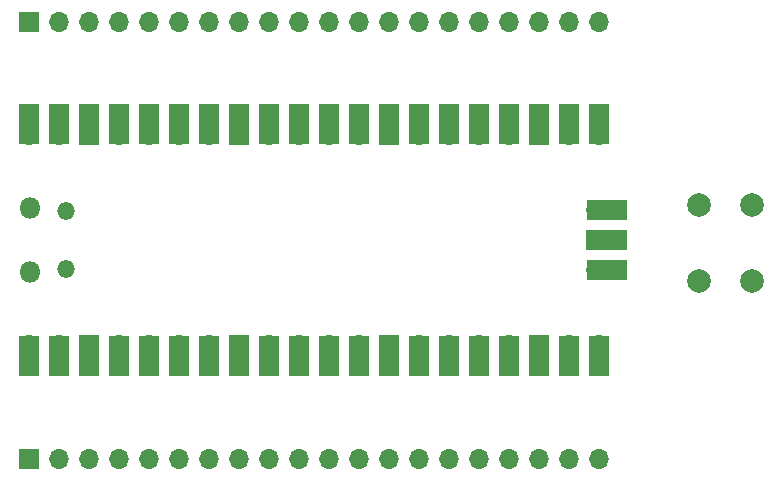
<source format=gbr>
G04 #@! TF.GenerationSoftware,KiCad,Pcbnew,(5.1.10)-1*
G04 #@! TF.CreationDate,2021-06-20T22:47:18+04:00*
G04 #@! TF.ProjectId,pico-expansion-long-board,7069636f-2d65-4787-9061-6e73696f6e2d,rev?*
G04 #@! TF.SameCoordinates,Original*
G04 #@! TF.FileFunction,Soldermask,Top*
G04 #@! TF.FilePolarity,Negative*
%FSLAX46Y46*%
G04 Gerber Fmt 4.6, Leading zero omitted, Abs format (unit mm)*
G04 Created by KiCad (PCBNEW (5.1.10)-1) date 2021-06-20 22:47:18*
%MOMM*%
%LPD*%
G01*
G04 APERTURE LIST*
%ADD10C,2.000000*%
%ADD11O,1.700000X1.700000*%
%ADD12R,1.700000X1.700000*%
%ADD13R,1.700000X3.500000*%
%ADD14O,1.800000X1.800000*%
%ADD15O,1.500000X1.500000*%
%ADD16R,3.500000X1.700000*%
G04 APERTURE END LIST*
D10*
X126000000Y-61500000D03*
X130500000Y-61500000D03*
X126000000Y-68000000D03*
X130500000Y-68000000D03*
D11*
X117560000Y-83000000D03*
X115020000Y-83000000D03*
X112480000Y-83000000D03*
X109940000Y-83000000D03*
X107400000Y-83000000D03*
X104860000Y-83000000D03*
X102320000Y-83000000D03*
X99780000Y-83000000D03*
X97240000Y-83000000D03*
X94700000Y-83000000D03*
X92160000Y-83000000D03*
X89620000Y-83000000D03*
X87080000Y-83000000D03*
X84540000Y-83000000D03*
X82000000Y-83000000D03*
X79460000Y-83000000D03*
X76920000Y-83000000D03*
X74380000Y-83000000D03*
X71840000Y-83000000D03*
D12*
X69300000Y-83000000D03*
X69300000Y-46000000D03*
D11*
X71840000Y-46000000D03*
X74380000Y-46000000D03*
X76920000Y-46000000D03*
X79460000Y-46000000D03*
X82000000Y-46000000D03*
X84540000Y-46000000D03*
X87080000Y-46000000D03*
X89620000Y-46000000D03*
X92160000Y-46000000D03*
X94700000Y-46000000D03*
X97240000Y-46000000D03*
X99780000Y-46000000D03*
X102320000Y-46000000D03*
X104860000Y-46000000D03*
X107400000Y-46000000D03*
X109940000Y-46000000D03*
X112480000Y-46000000D03*
X115020000Y-46000000D03*
X117560000Y-46000000D03*
X69270000Y-73390000D03*
X71810000Y-73390000D03*
D12*
X74350000Y-73390000D03*
D11*
X76890000Y-73390000D03*
X79430000Y-73390000D03*
X81970000Y-73390000D03*
X84510000Y-73390000D03*
D12*
X87050000Y-73390000D03*
D11*
X89590000Y-73390000D03*
X92130000Y-73390000D03*
X94670000Y-73390000D03*
X97210000Y-73390000D03*
D12*
X99750000Y-73390000D03*
D11*
X102290000Y-73390000D03*
X104830000Y-73390000D03*
X107370000Y-73390000D03*
X109910000Y-73390000D03*
D12*
X112450000Y-73390000D03*
D11*
X114990000Y-73390000D03*
X117530000Y-73390000D03*
X117530000Y-55610000D03*
X114990000Y-55610000D03*
D12*
X112450000Y-55610000D03*
D11*
X109910000Y-55610000D03*
X107370000Y-55610000D03*
X104830000Y-55610000D03*
X102290000Y-55610000D03*
D12*
X99750000Y-55610000D03*
D11*
X97210000Y-55610000D03*
X94670000Y-55610000D03*
X92130000Y-55610000D03*
X89590000Y-55610000D03*
D12*
X87050000Y-55610000D03*
D11*
X84510000Y-55610000D03*
X81970000Y-55610000D03*
X79430000Y-55610000D03*
X76890000Y-55610000D03*
D12*
X74350000Y-55610000D03*
D11*
X71810000Y-55610000D03*
X69270000Y-55610000D03*
D13*
X69270000Y-74290000D03*
X71810000Y-74290000D03*
X74350000Y-74290000D03*
X76890000Y-74290000D03*
X79430000Y-74290000D03*
X81970000Y-74290000D03*
X84510000Y-74290000D03*
X87050000Y-74290000D03*
X89590000Y-74290000D03*
X92130000Y-74290000D03*
X94670000Y-74290000D03*
X97210000Y-74290000D03*
X99750000Y-74290000D03*
X102290000Y-74290000D03*
X104830000Y-74290000D03*
X107370000Y-74290000D03*
X109910000Y-74290000D03*
X112450000Y-74290000D03*
X114990000Y-74290000D03*
X117530000Y-74290000D03*
X69270000Y-54710000D03*
X71810000Y-54710000D03*
X74350000Y-54710000D03*
X76890000Y-54710000D03*
X79430000Y-54710000D03*
X81970000Y-54710000D03*
X84510000Y-54710000D03*
X87050000Y-54710000D03*
X89590000Y-54710000D03*
X92130000Y-54710000D03*
X94670000Y-54710000D03*
X97210000Y-54710000D03*
X99750000Y-54710000D03*
X102290000Y-54710000D03*
X104830000Y-54710000D03*
X107370000Y-54710000D03*
X109910000Y-54710000D03*
X112450000Y-54710000D03*
X114990000Y-54710000D03*
X117530000Y-54710000D03*
D14*
X69400000Y-67225000D03*
X69400000Y-61775000D03*
D15*
X72430000Y-66925000D03*
X72430000Y-62075000D03*
D16*
X118200000Y-67040000D03*
D11*
X117300000Y-67040000D03*
D16*
X118200000Y-64500000D03*
D12*
X117300000Y-64500000D03*
D16*
X118200000Y-61960000D03*
D11*
X117300000Y-61960000D03*
M02*

</source>
